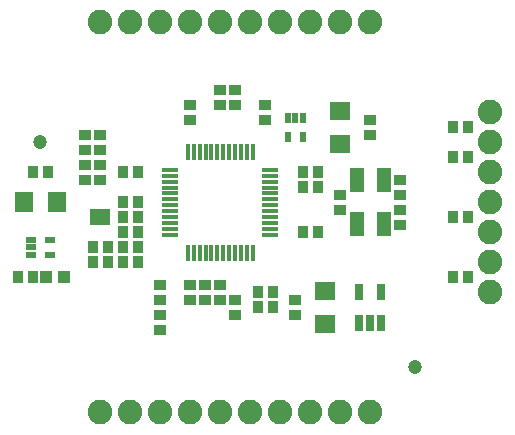
<source format=gbr>
G04 EAGLE Gerber RS-274X export*
G75*
%MOMM*%
%FSLAX34Y34*%
%LPD*%
%INSoldermask Top*%
%IPPOS*%
%AMOC8*
5,1,8,0,0,1.08239X$1,22.5*%
G01*
%ADD10R,0.753200X1.403200*%
%ADD11R,1.103200X0.903200*%
%ADD12R,1.803200X1.603200*%
%ADD13R,0.903200X1.103200*%
%ADD14R,1.003200X1.003200*%
%ADD15R,0.457200X1.346200*%
%ADD16R,1.346200X0.457200*%
%ADD17R,1.603200X1.803200*%
%ADD18R,1.303200X2.103200*%
%ADD19R,0.953200X0.603200*%
%ADD20C,1.203200*%
%ADD21R,0.603200X0.953200*%
%ADD22R,0.838200X1.473200*%
%ADD23C,2.082800*%


D10*
X308000Y88599D03*
X317500Y88599D03*
X327000Y88599D03*
X327000Y114601D03*
X308000Y114601D03*
D11*
X254000Y108100D03*
X254000Y95100D03*
D12*
X279400Y87600D03*
X279400Y115600D03*
D13*
X31900Y127000D03*
X18900Y127000D03*
D14*
X58300Y127000D03*
X43300Y127000D03*
D15*
X163000Y148000D03*
X168000Y148000D03*
X173000Y148000D03*
X178000Y148000D03*
X183000Y148000D03*
X188000Y148000D03*
X193000Y148000D03*
X198000Y148000D03*
X203000Y148000D03*
X208000Y148000D03*
X213000Y148000D03*
X218000Y148000D03*
D16*
X233000Y163000D03*
X233000Y168000D03*
X233000Y173000D03*
X233000Y178000D03*
X233000Y183000D03*
X233000Y188000D03*
X233000Y193000D03*
X233000Y198000D03*
X233000Y203000D03*
X233000Y208000D03*
X233000Y213000D03*
X233000Y218000D03*
D15*
X218000Y233000D03*
X213000Y233000D03*
X208000Y233000D03*
X203000Y233000D03*
X198000Y233000D03*
X193000Y233000D03*
X188000Y233000D03*
X183000Y233000D03*
X178000Y233000D03*
X173000Y233000D03*
X168000Y233000D03*
X163000Y233000D03*
D16*
X148000Y218000D03*
X148000Y213000D03*
X148000Y208000D03*
X148000Y203000D03*
X148000Y198000D03*
X148000Y193000D03*
X148000Y188000D03*
X148000Y183000D03*
X148000Y178000D03*
X148000Y173000D03*
X148000Y168000D03*
X148000Y163000D03*
D17*
X24100Y190500D03*
X52100Y190500D03*
D13*
X44600Y215900D03*
X31600Y215900D03*
D11*
X342900Y209700D03*
X342900Y196700D03*
X342900Y184300D03*
X342900Y171300D03*
D18*
X329000Y172000D03*
X306000Y209000D03*
X306000Y172000D03*
X329000Y209000D03*
D11*
X292100Y184000D03*
X292100Y197000D03*
D13*
X107800Y177800D03*
X120800Y177800D03*
D11*
X228600Y260200D03*
X228600Y273200D03*
X165100Y107800D03*
X165100Y120800D03*
X88900Y222400D03*
X88900Y209400D03*
X76200Y222400D03*
X76200Y209400D03*
D13*
X107800Y152400D03*
X120800Y152400D03*
D11*
X88900Y234800D03*
X88900Y247800D03*
X76200Y234800D03*
X76200Y247800D03*
D13*
X95400Y152400D03*
X82400Y152400D03*
D19*
X29850Y158900D03*
X29850Y152400D03*
X29850Y145900D03*
X46350Y145900D03*
X46350Y158900D03*
D20*
X355600Y50800D03*
X38100Y241300D03*
D21*
X260500Y262250D03*
X254000Y262250D03*
X247500Y262250D03*
X247500Y245750D03*
X260500Y245750D03*
D12*
X292100Y268000D03*
X292100Y240000D03*
D11*
X317500Y247500D03*
X317500Y260500D03*
X177800Y120800D03*
X177800Y107800D03*
X203200Y108100D03*
X203200Y95100D03*
D13*
X260200Y215900D03*
X273200Y215900D03*
D11*
X203200Y272900D03*
X203200Y285900D03*
D13*
X120800Y215900D03*
X107800Y215900D03*
X120800Y190500D03*
X107800Y190500D03*
X120800Y165100D03*
X107800Y165100D03*
D11*
X190500Y120800D03*
X190500Y107800D03*
D13*
X260200Y165100D03*
X273200Y165100D03*
X260200Y203200D03*
X273200Y203200D03*
X95400Y139700D03*
X82400Y139700D03*
D11*
X139700Y95400D03*
X139700Y82400D03*
X139700Y120800D03*
X139700Y107800D03*
D13*
X120800Y139700D03*
X107800Y139700D03*
D22*
X84781Y177800D03*
X93019Y177800D03*
D23*
X317500Y12700D03*
X292100Y12700D03*
X266700Y12700D03*
X241300Y12700D03*
X215900Y12700D03*
X190500Y12700D03*
X165100Y12700D03*
X139700Y12700D03*
X114300Y12700D03*
X88900Y12700D03*
X88900Y342900D03*
X114300Y342900D03*
X139700Y342900D03*
X165100Y342900D03*
X190500Y342900D03*
X215900Y342900D03*
X241300Y342900D03*
X266700Y342900D03*
X292100Y342900D03*
X317500Y342900D03*
X419100Y114300D03*
X419100Y139700D03*
X419100Y165100D03*
X419100Y190500D03*
X419100Y215900D03*
X419100Y241300D03*
X419100Y266700D03*
D11*
X165100Y273200D03*
X165100Y260200D03*
X190500Y285900D03*
X190500Y272900D03*
D13*
X235100Y114300D03*
X222100Y114300D03*
X235100Y101600D03*
X222100Y101600D03*
X387200Y254000D03*
X400200Y254000D03*
X387200Y228600D03*
X400200Y228600D03*
X387200Y177800D03*
X400200Y177800D03*
X387200Y127000D03*
X400200Y127000D03*
M02*

</source>
